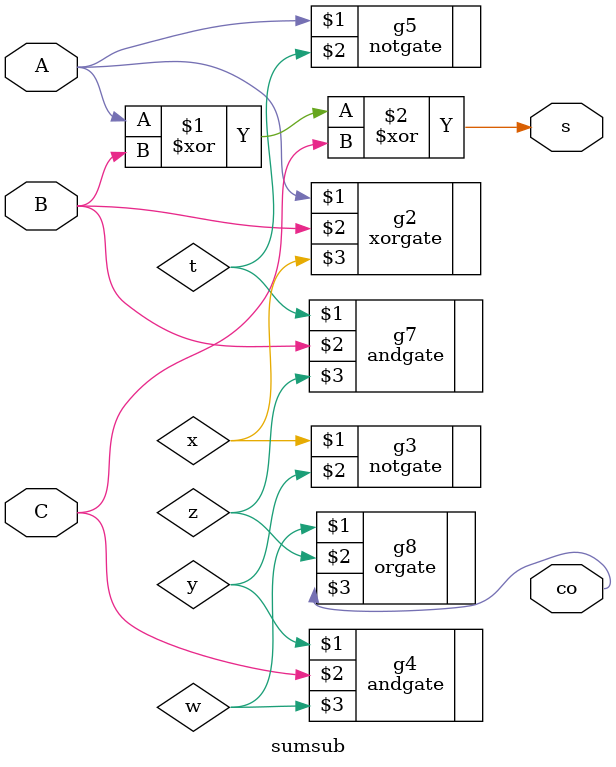
<source format=v>
module full_adder(
    input [7:0] A,
    input [7:0] B,
    input wire cin,
    output wire[7:0] sum
   
);

wire cout;
wire [7:0] sum_add;
wire cout_add1;
wire cout_add2;
wire cout_add3;
wire cout_add4;
wire cout_add5;
wire cout_add6;
wire cout_add7;
wire cout_add;
wire [7:0] sum_sub;
wire cout_sub1;
wire cout_sub2;
wire cout_sub3;
wire cout_sub4;
wire cout_sub5;
wire cout_sub6;
wire cout_sub7;
wire cout_sub;
sumadd g1(A[0],B[0],cin,sum_add[0],cout_add1);
sumadd g2(A[1],B[1],cout_add1,sum_add[1],cout_add2);
sumadd g3(A[2],B[2],cout_add2,sum_add[2],cout_add3);
sumadd g4(A[3],B[3],cout_add3,sum_add[3],cout_add4);
sumadd g5(A[4],B[4],cout_add4,sum_add[4],cout_add5);
sumadd g6(A[5],B[5],cout_add5,sum_add[5],cout_add6);
sumadd g7(A[6],B[6],cout_add6,sum_add[6],cout_add7);
sumadd g8(A[7],B[7],cout_add7,sum_add[7],cout_add);

sumsub g21(A[0],B[0],cin,sum_sub[0],cout_sub1);
sumsub g22(A[1],B[1],cout_sub1,sum_sub[1],cout_sub2);
sumsub g23(A[2],B[2],cout_sub2,sum_sub[2],cout_sub3);
sumsub g24(A[3],B[3],cout_sub3,sum_sub[3],cout_sub4);
sumsub g25(A[4],B[4],cout_sub4,sum_sub[4],cout_sub5);
sumsub g26(A[5],B[5],cout_sub5,sum_sub[5],cout_sub6);
sumsub g27(A[6],B[6],cout_sub6,sum_sub[6],cout_sub7);
sumsub g28(A[7],B[7],cout_sub7,sum_sub[7],cout_sub);

mux2x1 g31(sum_add[0],sum_sub[0],cin,sum[0]);
mux2x1 g32(sum_add[1],sum_sub[1],cin,sum[1]);
mux2x1 g33(sum_add[2],sum_sub[2],cin,sum[2]);
mux2x1 g34(sum_add[3],sum_sub[3],cin,sum[3]);
mux2x1 g35(sum_add[4],sum_sub[4],cin,sum[4]);
mux2x1 g36(sum_add[5],sum_sub[5],cin,sum[5]);
mux2x1 g37(sum_add[6],sum_sub[6],cin,sum[6]);
mux2x1 g38(sum_add[7],sum_sub[7],cin,sum[7]);
mux2x1 g39(cout_add,cout_sub,cin,cout);



endmodule

module sumadd (
input A,B,C,
output s,co);

	wire x;
	wire y;
	wire z;
	xorgate3 g1(A,B,C,s);
	andgate g2(C,A,x);
	andgate g3(C,B,y);
	andgate g4(A,B,z);
	orgate3 g5(x,y,z,co);
endmodule


module sumsub (
   input A, B, C,
   output s, co
);

   wire x;
   wire y;
   wire w;
	wire t;
	wire z;
   xor g10(s,A,B,C); // SUM_SUB
	xorgate g2 (A,B,x); // A^B
	notgate g3(x,y); //~A^B
	andgate g4(y,C,w); // C& ~A^B
	notgate g5(A,t); // ~A
	andgate g7(t,B,z); // ~A&B
	orgate g8(w,z,co);
	
endmodule

	 





</source>
